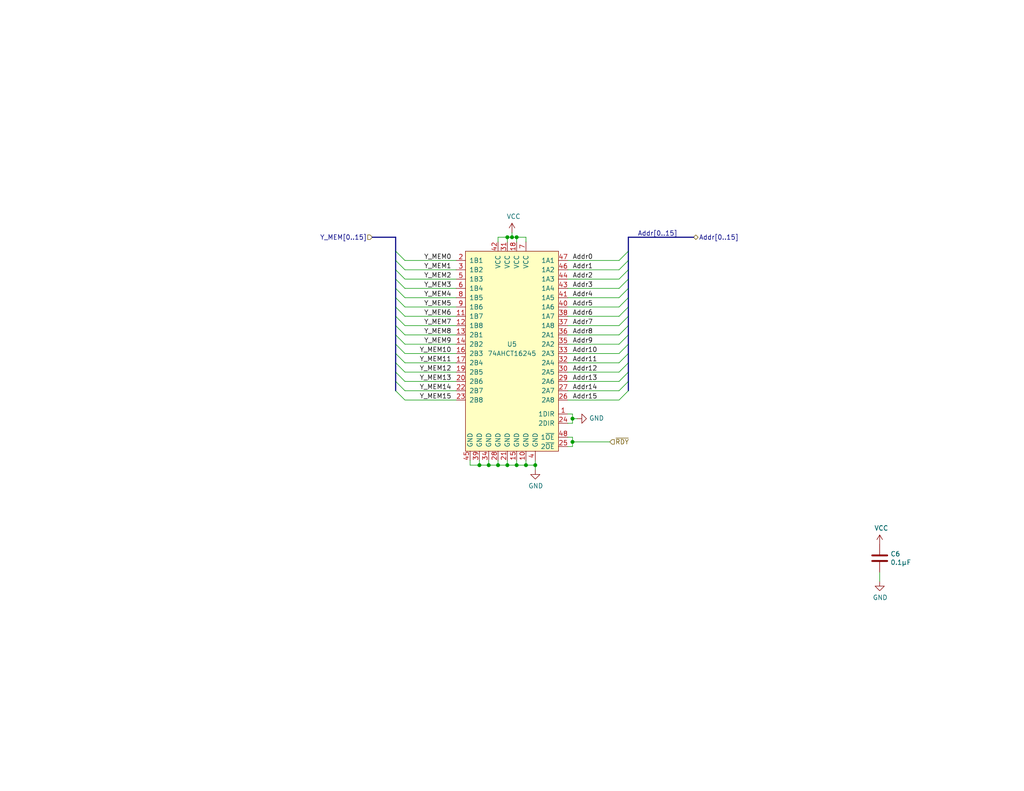
<source format=kicad_sch>
(kicad_sch (version 20250114) (generator "eeschema") (generator_version "9.0")
  (paper "USLetter")
  (title_block (title "MEM: Buffer ALUResult") (date "2023-11-07") (rev "D") (comment 4 "Buffer the effective address before it leaves the main board."))
  (lib_symbols
    (symbol "74xx (kicad5):74AHCT16245_ba" (pin_names (offset 1.016))
      (property "Reference" "U" (at 0 1.27 0))
      (property "Value" "74AHCT16245_ba" (at 0 -1.27 0))
      (symbol "74AHCT16245_ba_0_1"
        (rectangle (start -12.7 26.67) (end 12.7 -27.94) (fill (type background)))
      )
      (symbol "74AHCT16245_ba_1_1"
        (pin tri_state line (at -15.24 24.13 0) (length 2.54) (name "1A1") (number "47"))
        (pin tri_state line (at -15.24 21.59 0) (length 2.54) (name "1A2") (number "46"))
        (pin tri_state line (at -15.24 19.05 0) (length 2.54) (name "1A3") (number "44"))
        (pin tri_state line (at -15.24 16.51 0) (length 2.54) (name "1A4") (number "43"))
        (pin tri_state line (at -15.24 13.97 0) (length 2.54) (name "1A5") (number "41"))
        (pin tri_state line (at -15.24 11.43 0) (length 2.54) (name "1A6") (number "40"))
        (pin tri_state line (at -15.24 8.89 0) (length 2.54) (name "1A7") (number "38"))
        (pin tri_state line (at -15.24 6.35 0) (length 2.54) (name "1A8") (number "37"))
        (pin tri_state line (at -15.24 3.81 0) (length 2.54) (name "2A1") (number "36"))
        (pin tri_state line (at -15.24 1.27 0) (length 2.54) (name "2A2") (number "35"))
        (pin tri_state line (at -15.24 -1.27 0) (length 2.54) (name "2A3") (number "33"))
        (pin tri_state line (at -15.24 -3.81 0) (length 2.54) (name "2A4") (number "32"))
        (pin tri_state line (at -15.24 -6.35 0) (length 2.54) (name "2A5") (number "30"))
        (pin tri_state line (at -15.24 -8.89 0) (length 2.54) (name "2A6") (number "29"))
        (pin tri_state line (at -15.24 -11.43 0) (length 2.54) (name "2A7") (number "27"))
        (pin tri_state line (at -15.24 -13.97 0) (length 2.54) (name "2A8") (number "26"))
        (pin input line (at -15.24 -17.78 0) (length 2.54) (name "1DIR") (number "1"))
        (pin input line (at -15.24 -20.32 0) (length 2.54) (name "2DIR") (number "24"))
        (pin input line (at -15.24 -24.13 0) (length 2.54) (name "1~{OE}") (number "48"))
        (pin input line (at -15.24 -26.67 0) (length 2.54) (name "2~{OE}") (number "25"))
        (pin power_in line (at -6.35 -30.48 90) (length 2.54) (name "GND") (number "4"))
        (pin power_in line (at -3.81 29.21 270) (length 2.54) (name "VCC") (number "7"))
        (pin power_in line (at -3.81 -30.48 90) (length 2.54) (name "GND") (number "10"))
        (pin power_in line (at -1.27 29.21 270) (length 2.54) (name "VCC") (number "18"))
        (pin power_in line (at -1.27 -30.48 90) (length 2.54) (name "GND") (number "15"))
        (pin power_in line (at 1.27 29.21 270) (length 2.54) (name "VCC") (number "31"))
        (pin power_in line (at 1.27 -30.48 90) (length 2.54) (name "GND") (number "21"))
        (pin power_in line (at 3.81 29.21 270) (length 2.54) (name "VCC") (number "42"))
        (pin power_in line (at 3.81 -30.48 90) (length 2.54) (name "GND") (number "28"))
        (pin power_in line (at 6.35 -30.48 90) (length 2.54) (name "GND") (number "34"))
        (pin power_in line (at 8.89 -30.48 90) (length 2.54) (name "GND") (number "39"))
        (pin power_in line (at 11.43 -30.48 90) (length 2.54) (name "GND") (number "45"))
        (pin input line (at 15.24 24.13 180) (length 2.54) (name "1B1") (number "2"))
        (pin input line (at 15.24 21.59 180) (length 2.54) (name "1B2") (number "3"))
        (pin input line (at 15.24 19.05 180) (length 2.54) (name "1B3") (number "5"))
        (pin input line (at 15.24 16.51 180) (length 2.54) (name "1B4") (number "6"))
        (pin input line (at 15.24 13.97 180) (length 2.54) (name "1B5") (number "8"))
        (pin input line (at 15.24 11.43 180) (length 2.54) (name "1B6") (number "9"))
        (pin input line (at 15.24 8.89 180) (length 2.54) (name "1B7") (number "11"))
        (pin input line (at 15.24 6.35 180) (length 2.54) (name "1B8") (number "12"))
        (pin input line (at 15.24 3.81 180) (length 2.54) (name "2B1") (number "13"))
        (pin input line (at 15.24 1.27 180) (length 2.54) (name "2B2") (number "14"))
        (pin input line (at 15.24 -1.27 180) (length 2.54) (name "2B3") (number "16"))
        (pin input line (at 15.24 -3.81 180) (length 2.54) (name "2B4") (number "17"))
        (pin input line (at 15.24 -6.35 180) (length 2.54) (name "2B5") (number "19"))
        (pin input line (at 15.24 -8.89 180) (length 2.54) (name "2B6") (number "20"))
        (pin input line (at 15.24 -11.43 180) (length 2.54) (name "2B7") (number "22"))
        (pin input line (at 15.24 -13.97 180) (length 2.54) (name "2B8") (number "23"))
      )
    )
    (symbol "Device:C" (pin_numbers (hide yes)) (pin_names (offset 0.254))
      (property "Reference" "C" (at 0.635 2.54 0))
      (property "Value" "C" (at 0.635 -2.54 0))
      (symbol "C_0_1"
        (polyline (pts (xy -2.032 0.762) (xy 2.032 0.762)) (stroke (width 0.508)))
        (polyline (pts (xy -2.032 -0.762) (xy 2.032 -0.762)) (stroke (width 0.508)))
      )
      (symbol "C_1_1"
        (pin passive line (at 0 3.81 270) (length 2.794) (name "~") (number "1"))
        (pin passive line (at 0 -3.81 90) (length 2.794) (name "~") (number "2"))
      )
    )
    (symbol "power:GND" (power) (pin_names (offset 0))
      (property "Value" "GND" (at 0 -3.81 0))
      (symbol "GND_0_1"
        (polyline (pts (xy 0 0) (xy 0 -1.27) (xy 1.27 -1.27) (xy 0 -2.54) (xy -1.27 -1.27) (xy 0 -1.27)))
      )
      (symbol "GND_1_1"
        (pin power_in line (at 0 0 270) (length 0) (hide yes) (name "GND") (number "1"))
      )
    )
    (symbol "power:VCC" (power) (pin_names (offset 0))
      (property "Value" "VCC" (at 0 3.81 0))
      (symbol "VCC_0_1"
        (polyline (pts (xy -0.762 1.27) (xy 0 2.54)))
        (polyline (pts (xy 0 2.54) (xy 0.762 1.27)))
        (polyline (pts (xy 0 0) (xy 0 2.54)))
      )
      (symbol "VCC_1_1"
        (pin power_in line (at 0 0 90) (length 0) (hide yes) (name "VCC") (number "1"))
      )
    )
  )
  (junction (at 156.21 114.3))
  (junction (at 130.81 127))
  (junction (at 138.43 64.77))
  (junction (at 138.43 127))
  (junction (at 156.21 120.65))
  (junction (at 146.05 127))
  (junction (at 135.89 127))
  (junction (at 143.51 127))
  (junction (at 140.97 64.77))
  (junction (at 139.7 64.77))
  (junction (at 140.97 127))
  (junction (at 133.35 127))
  (bus_entry (at 110.49 88.9) (size -2.54 -2.54))
  (bus_entry (at 168.91 104.14) (size 2.54 -2.54))
  (bus_entry (at 110.49 91.44) (size -2.54 -2.54))
  (bus_entry (at 168.91 81.28) (size 2.54 -2.54))
  (bus_entry (at 110.49 81.28) (size -2.54 -2.54))
  (bus_entry (at 110.49 109.22) (size -2.54 -2.54))
  (bus_entry (at 168.91 101.6) (size 2.54 -2.54))
  (bus_entry (at 168.91 91.44) (size 2.54 -2.54))
  (bus_entry (at 110.49 93.98) (size -2.54 -2.54))
  (bus_entry (at 110.49 96.52) (size -2.54 -2.54))
  (bus_entry (at 168.91 71.12) (size 2.54 -2.54))
  (bus_entry (at 110.49 73.66) (size -2.54 -2.54))
  (bus_entry (at 110.49 71.12) (size -2.54 -2.54))
  (bus_entry (at 168.91 76.2) (size 2.54 -2.54))
  (bus_entry (at 168.91 106.68) (size 2.54 -2.54))
  (bus_entry (at 110.49 101.6) (size -2.54 -2.54))
  (bus_entry (at 110.49 83.82) (size -2.54 -2.54))
  (bus_entry (at 168.91 93.98) (size 2.54 -2.54))
  (bus_entry (at 168.91 109.22) (size 2.54 -2.54))
  (bus_entry (at 168.91 99.06) (size 2.54 -2.54))
  (bus_entry (at 110.49 104.14) (size -2.54 -2.54))
  (bus_entry (at 110.49 99.06) (size -2.54 -2.54))
  (bus_entry (at 168.91 96.52) (size 2.54 -2.54))
  (bus_entry (at 110.49 86.36) (size -2.54 -2.54))
  (bus_entry (at 168.91 88.9) (size 2.54 -2.54))
  (bus_entry (at 168.91 86.36) (size 2.54 -2.54))
  (bus_entry (at 168.91 78.74) (size 2.54 -2.54))
  (bus_entry (at 110.49 76.2) (size -2.54 -2.54))
  (bus_entry (at 110.49 106.68) (size -2.54 -2.54))
  (bus_entry (at 168.91 73.66) (size 2.54 -2.54))
  (bus_entry (at 168.91 83.82) (size 2.54 -2.54))
  (bus_entry (at 110.49 78.74) (size -2.54 -2.54))
  (wire (pts (xy 135.89 66.04) (xy 135.89 64.77)))
  (wire (pts (xy 168.91 93.98) (xy 154.94 93.98)))
  (wire (pts (xy 156.21 121.92) (xy 154.94 121.92)))
  (wire (pts (xy 168.91 106.68) (xy 154.94 106.68)))
  (wire (pts (xy 168.91 71.12) (xy 154.94 71.12)))
  (wire (pts (xy 143.51 127) (xy 143.51 125.73)))
  (wire (pts (xy 138.43 66.04) (xy 138.43 64.77)))
  (wire (pts (xy 156.21 115.57) (xy 154.94 115.57)))
  (wire (pts (xy 168.91 76.2) (xy 154.94 76.2)))
  (bus (pts (xy 171.45 68.58) (xy 171.45 71.12)))
  (wire (pts (xy 146.05 128.27) (xy 146.05 127)))
  (wire (pts (xy 138.43 127) (xy 135.89 127)))
  (bus (pts (xy 171.45 86.36) (xy 171.45 88.9)))
  (wire (pts (xy 110.49 106.68) (xy 124.46 106.68)))
  (bus (pts (xy 107.95 91.44) (xy 107.95 93.98)))
  (wire (pts (xy 110.49 88.9) (xy 124.46 88.9)))
  (wire (pts (xy 168.91 86.36) (xy 154.94 86.36)))
  (wire (pts (xy 110.49 101.6) (xy 124.46 101.6)))
  (wire (pts (xy 143.51 64.77) (xy 143.51 66.04)))
  (wire (pts (xy 140.97 127) (xy 143.51 127)))
  (bus (pts (xy 107.95 71.12) (xy 107.95 73.66)))
  (bus (pts (xy 171.45 81.28) (xy 171.45 83.82)))
  (wire (pts (xy 168.91 78.74) (xy 154.94 78.74)))
  (wire (pts (xy 110.49 81.28) (xy 124.46 81.28)))
  (wire (pts (xy 110.49 78.74) (xy 124.46 78.74)))
  (wire (pts (xy 168.91 99.06) (xy 154.94 99.06)))
  (wire (pts (xy 135.89 127) (xy 135.89 125.73)))
  (wire (pts (xy 139.7 64.77) (xy 140.97 64.77)))
  (wire (pts (xy 168.91 88.9) (xy 154.94 88.9)))
  (wire (pts (xy 146.05 127) (xy 146.05 125.73)))
  (wire (pts (xy 156.21 120.65) (xy 156.21 121.92)))
  (wire (pts (xy 140.97 127) (xy 140.97 125.73)))
  (wire (pts (xy 110.49 71.12) (xy 124.46 71.12)))
  (bus (pts (xy 107.95 78.74) (xy 107.95 81.28)))
  (wire (pts (xy 110.49 86.36) (xy 124.46 86.36)))
  (bus (pts (xy 107.95 83.82) (xy 107.95 86.36)))
  (wire (pts (xy 128.27 125.73) (xy 128.27 127)))
  (wire (pts (xy 110.49 83.82) (xy 124.46 83.82)))
  (wire (pts (xy 110.49 96.52) (xy 124.46 96.52)))
  (bus (pts (xy 107.95 93.98) (xy 107.95 96.52)))
  (bus (pts (xy 107.95 104.14) (xy 107.95 106.68)))
  (wire (pts (xy 110.49 73.66) (xy 124.46 73.66)))
  (wire (pts (xy 133.35 127) (xy 135.89 127)))
  (wire (pts (xy 140.97 66.04) (xy 140.97 64.77)))
  (wire (pts (xy 154.94 113.03) (xy 156.21 113.03)))
  (bus (pts (xy 107.95 64.77) (xy 107.95 68.58)))
  (bus (pts (xy 107.95 101.6) (xy 107.95 104.14)))
  (wire (pts (xy 139.7 63.5) (xy 139.7 64.77)))
  (wire (pts (xy 168.91 96.52) (xy 154.94 96.52)))
  (bus (pts (xy 171.45 73.66) (xy 171.45 76.2)))
  (wire (pts (xy 138.43 127) (xy 138.43 125.73)))
  (bus (pts (xy 171.45 93.98) (xy 171.45 96.52)))
  (wire (pts (xy 168.91 104.14) (xy 154.94 104.14)))
  (wire (pts (xy 154.94 119.38) (xy 156.21 119.38)))
  (wire (pts (xy 168.91 101.6) (xy 154.94 101.6)))
  (bus (pts (xy 171.45 78.74) (xy 171.45 81.28)))
  (bus (pts (xy 107.95 81.28) (xy 107.95 83.82)))
  (wire (pts (xy 166.37 120.65) (xy 156.21 120.65)))
  (bus (pts (xy 107.95 76.2) (xy 107.95 78.74)))
  (wire (pts (xy 168.91 91.44) (xy 154.94 91.44)))
  (bus (pts (xy 107.95 86.36) (xy 107.95 88.9)))
  (wire (pts (xy 156.21 114.3) (xy 156.21 115.57)))
  (wire (pts (xy 156.21 119.38) (xy 156.21 120.65)))
  (bus (pts (xy 171.45 99.06) (xy 171.45 101.6)))
  (bus (pts (xy 171.45 71.12) (xy 171.45 73.66)))
  (wire (pts (xy 130.81 127) (xy 133.35 127)))
  (wire (pts (xy 130.81 125.73) (xy 130.81 127)))
  (wire (pts (xy 168.91 83.82) (xy 154.94 83.82)))
  (wire (pts (xy 156.21 113.03) (xy 156.21 114.3)))
  (bus (pts (xy 171.45 91.44) (xy 171.45 93.98)))
  (bus (pts (xy 171.45 76.2) (xy 171.45 78.74)))
  (wire (pts (xy 135.89 64.77) (xy 138.43 64.77)))
  (bus (pts (xy 107.95 99.06) (xy 107.95 101.6)))
  (bus (pts (xy 171.45 88.9) (xy 171.45 91.44)))
  (wire (pts (xy 138.43 64.77) (xy 139.7 64.77)))
  (wire (pts (xy 110.49 104.14) (xy 124.46 104.14)))
  (wire (pts (xy 110.49 93.98) (xy 124.46 93.98)))
  (bus (pts (xy 171.45 104.14) (xy 171.45 106.68)))
  (bus (pts (xy 107.95 73.66) (xy 107.95 76.2)))
  (wire (pts (xy 128.27 127) (xy 130.81 127)))
  (wire (pts (xy 140.97 127) (xy 138.43 127)))
  (wire (pts (xy 168.91 109.22) (xy 154.94 109.22)))
  (wire (pts (xy 110.49 109.22) (xy 124.46 109.22)))
  (wire (pts (xy 140.97 64.77) (xy 143.51 64.77)))
  (bus (pts (xy 171.45 64.77) (xy 171.45 68.58)))
  (wire (pts (xy 110.49 99.06) (xy 124.46 99.06)))
  (bus (pts (xy 107.95 88.9) (xy 107.95 91.44)))
  (bus (pts (xy 107.95 68.58) (xy 107.95 71.12)))
  (wire (pts (xy 168.91 73.66) (xy 154.94 73.66)))
  (bus (pts (xy 171.45 96.52) (xy 171.45 99.06)))
  (wire (pts (xy 133.35 125.73) (xy 133.35 127)))
  (wire (pts (xy 110.49 91.44) (xy 124.46 91.44)))
  (wire (pts (xy 143.51 127) (xy 146.05 127)))
  (wire (pts (xy 157.48 114.3) (xy 156.21 114.3)))
  (bus (pts (xy 171.45 83.82) (xy 171.45 86.36)))
  (bus (pts (xy 171.45 101.6) (xy 171.45 104.14)))
  (wire (pts (xy 110.49 76.2) (xy 124.46 76.2)))
  (bus (pts (xy 107.95 96.52) (xy 107.95 99.06)))
  (bus (pts (xy 107.95 64.77) (xy 101.6 64.77)))
  (wire (pts (xy 168.91 81.28) (xy 154.94 81.28)))
  (wire (pts (xy 240.03 158.75) (xy 240.03 156.21)))
  (bus (pts (xy 171.45 64.77) (xy 189.23 64.77)))
  (label "Y_MEM3" (at 123.19 78.74 180))
  (label "Y_MEM15" (at 123.19 109.22 180))
  (label "Addr12" (at 156.21 101.6 0))
  (label "Y_MEM10" (at 123.19 96.52 180))
  (label "Y_MEM1" (at 123.19 73.66 180))
  (label "Addr10" (at 156.21 96.52 0))
  (label "Y_MEM0" (at 123.19 71.12 180))
  (label "Y_MEM14" (at 123.19 106.68 180))
  (label "Addr5" (at 156.21 83.82 0))
  (label "Y_MEM13" (at 123.19 104.14 180))
  (label "Y_MEM2" (at 123.19 76.2 180))
  (label "Addr9" (at 156.21 93.98 0))
  (label "Addr15" (at 156.21 109.22 0))
  (label "Addr11" (at 156.21 99.06 0))
  (label "Y_MEM7" (at 123.19 88.9 180))
  (label "Addr13" (at 156.21 104.14 0))
  (label "Addr[0..15]" (at 173.99 64.77 0))
  (label "Y_MEM8" (at 123.19 91.44 180))
  (label "Y_MEM12" (at 123.19 101.6 180))
  (label "Y_MEM9" (at 123.19 93.98 180))
  (label "Y_MEM6" (at 123.19 86.36 180))
  (label "Addr8" (at 156.21 91.44 0))
  (label "Addr3" (at 156.21 78.74 0))
  (label "Addr4" (at 156.21 81.28 0))
  (label "Y_MEM4" (at 123.19 81.28 180))
  (label "Addr1" (at 156.21 73.66 0))
  (label "Addr14" (at 156.21 106.68 0))
  (label "Y_MEM5" (at 123.19 83.82 180))
  (label "Y_MEM11" (at 123.19 99.06 180))
  (label "Addr6" (at 156.21 86.36 0))
  (label "Addr2" (at 156.21 76.2 0))
  (label "Addr0" (at 156.21 71.12 0))
  (label "Addr7" (at 156.21 88.9 0))
  (hierarchical_label "Addr[0..15]" (shape tri_state) (at 189.23 64.77 0))
  (hierarchical_label "~{RDY}" (shape input) (at 166.37 120.65 0))
  (hierarchical_label "Y_MEM[0..15]" (shape input) (at 101.6 64.77 180))
  (symbol (lib_id "Device:C") (at 240.03 152.4 0) (unit 1)
    (property "Reference" "C6" (at 242.951 151.2316 0) (effects (justify left)))
    (property "Value" "0.1μF" (at 242.951 153.543 0) (effects (justify left)))
    (property "Footprint" "Capacitor_SMD:C_0603_1608Metric_Pad1.08x0.95mm_HandSolder" (effects (hide yes)))
    (property "Mouser" "https://www.mouser.com/ProductDetail/963-EMK107B7104KAHT" (effects (hide yes)))
  )
  (symbol (lib_id "power:VCC") (at 240.03 148.59 0) (unit 1)
    (property "Reference" "#PWR094" (effects (hide yes)))
    (property "Value" "VCC" (at 240.4618 144.1958 0))
  )
  (symbol (lib_id "power:GND") (at 240.03 158.75 0) (unit 1)
    (property "Reference" "#PWR095" (effects (hide yes)))
    (property "Value" "GND" (at 240.157 163.1442 0))
  )
  (symbol (lib_id "power:GND") (at 157.48 114.3 90) (unit 1)
    (property "Reference" "#PWR093" (effects (hide yes)))
    (property "Value" "GND" (at 160.7312 114.173 90) (effects (justify right)))
  )
  (symbol (lib_id "74xx (kicad5):74AHCT16245_ba") (at 139.7 95.25 0) (mirror y) (unit 1)
    (property "Reference" "U5" (at 139.7 93.98 0))
    (property "Value" "74AHCT16245" (at 139.7 96.52 0))
    (property "Footprint" "Package_SO:TSSOP-48_6.1x12.5mm_P0.5mm" (effects (hide yes)))
    (property "Datasheet" "https://www.ti.com/lit/ds/symlink/sn74ahct16245.pdf?HQS=dis-mous-null-mousermode-dsf-pf-null-wwe&ts=1617319205092" (effects (hide yes)))
    (property "Mouser" "https://www.mouser.com/ProductDetail/Texas-Instruments/74AHCT16245DLRG4?qs=%2Fha2pyFaduixTLlQ%252B3rIFW8KDPMe6E5CxoQ2Fc519Y9S5BWJ%252B%2FVWeIYQshP1VtN3&utm_source=octopart&utm_medium=aggregator&utm_campaign=595-74AHCT16245DLRG4&utm_content=Texas%20Instruments" (effects (hide yes)))
  )
  (symbol (lib_id "power:GND") (at 146.05 128.27 0) (unit 1)
    (property "Reference" "#PWR092" (effects (hide yes)))
    (property "Value" "GND" (at 146.177 132.6642 0))
  )
  (symbol (lib_id "power:VCC") (at 139.7 63.5 0) (unit 1)
    (property "Reference" "#PWR091" (effects (hide yes)))
    (property "Value" "VCC" (at 140.1318 59.1058 0))
  )
)
</source>
